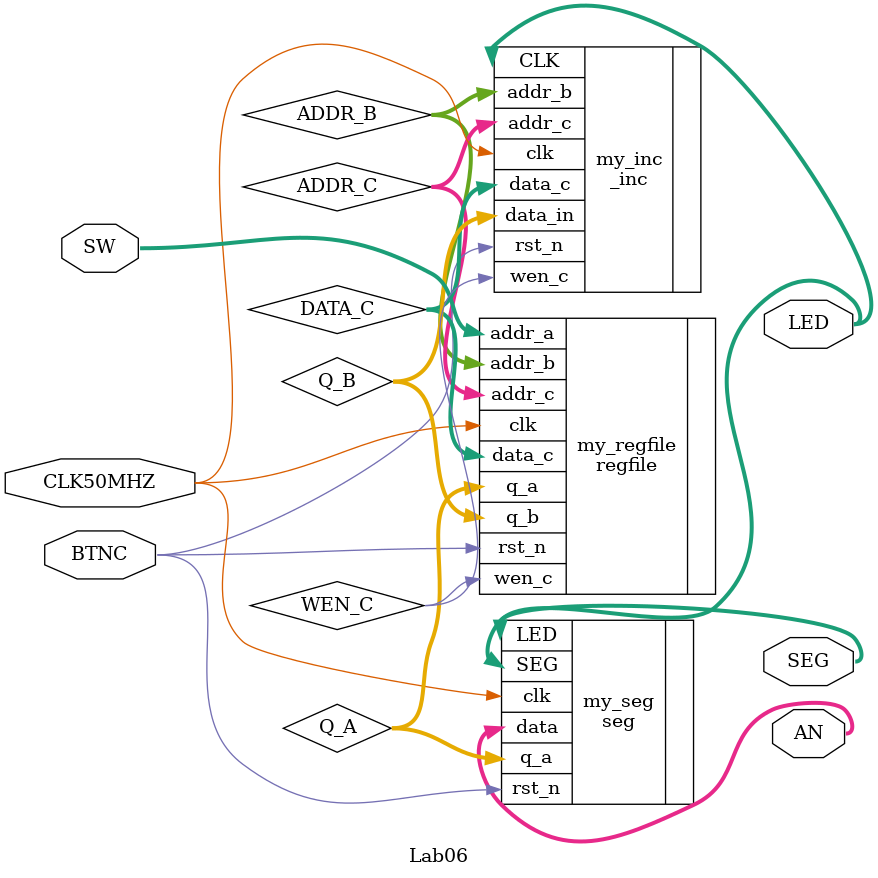
<source format=v>
`timescale 1ns / 1ps


module Lab06(
input CLK50MHZ,
input [3:0]SW,
input BTNC,
output [7:0]SEG,
output [2:0]AN,
output [15:0]LED
    );
   // wire CLK;
    wire [3:0]ADDR_B;
    wire [3:0]ADDR_C;
    wire [15:0]DATA_C;
    wire WEN_C;
    wire [15:0]Q_A;
    wire [15:0]Q_B;
    
    seg my_seg(
    .clk (CLK50MHZ),
    .rst_n (BTNC),
    .q_a (Q_A),
    .SEG (SEG),
    .data (AN),
   .LED (LED)
    );
    
    _inc my_inc (
    .clk (CLK50MHZ),
    .rst_n (BTNC),
    .CLK (LED),
    .data_in (Q_B),
    .data_c (DATA_C),
    .wen_c (WEN_C),
    .addr_c (ADDR_C),
    .addr_b (ADDR_B)
    );
    
    regfile my_regfile(
    .clk (CLK50MHZ),
    .rst_n (BTNC),
    .addr_a (SW),
    .addr_b (ADDR_B),
    .addr_c (ADDR_C),
    .data_c (DATA_C),
    .wen_c (WEN_C),
    .q_a (Q_A),
    .q_b (Q_B)
    );
    
    
endmodule

</source>
